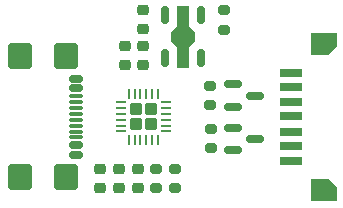
<source format=gbr>
%TF.GenerationSoftware,KiCad,Pcbnew,8.0.3-8.0.3-0~ubuntu24.04.1*%
%TF.CreationDate,2024-07-06T11:56:49-06:00*%
%TF.ProjectId,esp-prog,6573702d-7072-46f6-972e-6b696361645f,rev?*%
%TF.SameCoordinates,Original*%
%TF.FileFunction,Paste,Top*%
%TF.FilePolarity,Positive*%
%FSLAX46Y46*%
G04 Gerber Fmt 4.6, Leading zero omitted, Abs format (unit mm)*
G04 Created by KiCad (PCBNEW 8.0.3-8.0.3-0~ubuntu24.04.1) date 2024-07-06 11:56:49*
%MOMM*%
%LPD*%
G01*
G04 APERTURE LIST*
G04 Aperture macros list*
%AMRoundRect*
0 Rectangle with rounded corners*
0 $1 Rounding radius*
0 $2 $3 $4 $5 $6 $7 $8 $9 X,Y pos of 4 corners*
0 Add a 4 corners polygon primitive as box body*
4,1,4,$2,$3,$4,$5,$6,$7,$8,$9,$2,$3,0*
0 Add four circle primitives for the rounded corners*
1,1,$1+$1,$2,$3*
1,1,$1+$1,$4,$5*
1,1,$1+$1,$6,$7*
1,1,$1+$1,$8,$9*
0 Add four rect primitives between the rounded corners*
20,1,$1+$1,$2,$3,$4,$5,0*
20,1,$1+$1,$4,$5,$6,$7,0*
20,1,$1+$1,$6,$7,$8,$9,0*
20,1,$1+$1,$8,$9,$2,$3,0*%
%AMOutline5P*
0 Free polygon, 5 corners , with rotation*
0 The origin of the aperture is its center*
0 number of corners: always 5*
0 $1 to $10 corner X, Y*
0 $11 Rotation angle, in degrees counterclockwise*
0 create outline with 5 corners*
4,1,5,$1,$2,$3,$4,$5,$6,$7,$8,$9,$10,$1,$2,$11*%
%AMOutline6P*
0 Free polygon, 6 corners , with rotation*
0 The origin of the aperture is its center*
0 number of corners: always 6*
0 $1 to $12 corner X, Y*
0 $13 Rotation angle, in degrees counterclockwise*
0 create outline with 6 corners*
4,1,6,$1,$2,$3,$4,$5,$6,$7,$8,$9,$10,$11,$12,$1,$2,$13*%
%AMOutline7P*
0 Free polygon, 7 corners , with rotation*
0 The origin of the aperture is its center*
0 number of corners: always 7*
0 $1 to $14 corner X, Y*
0 $15 Rotation angle, in degrees counterclockwise*
0 create outline with 7 corners*
4,1,7,$1,$2,$3,$4,$5,$6,$7,$8,$9,$10,$11,$12,$13,$14,$1,$2,$15*%
%AMOutline8P*
0 Free polygon, 8 corners , with rotation*
0 The origin of the aperture is its center*
0 number of corners: always 8*
0 $1 to $16 corner X, Y*
0 $17 Rotation angle, in degrees counterclockwise*
0 create outline with 8 corners*
4,1,8,$1,$2,$3,$4,$5,$6,$7,$8,$9,$10,$11,$12,$13,$14,$15,$16,$1,$2,$17*%
%AMFreePoly0*
4,1,13,0.900000,0.500000,2.600000,0.500000,2.600000,-0.500000,0.900000,-0.500000,0.400000,-1.000000,-0.400000,-1.000000,-0.900000,-0.500000,-2.600000,-0.500000,-2.600000,0.500000,-0.900000,0.500000,-0.400000,1.000000,0.400000,1.000000,0.900000,0.500000,0.900000,0.500000,$1*%
G04 Aperture macros list end*
%ADD10RoundRect,0.035000X0.865000X-0.315000X0.865000X0.315000X-0.865000X0.315000X-0.865000X-0.315000X0*%
%ADD11Outline5P,-0.900000X1.100000X0.900000X1.100000X0.900000X-0.380000X0.180000X-1.100000X-0.900000X-1.100000X90.000000*%
%ADD12Outline5P,-0.900000X1.100000X0.900000X1.100000X0.900000X-1.100000X-0.180000X-1.100000X-0.900000X-0.380000X90.000000*%
%ADD13RoundRect,0.250000X-0.275000X-0.275000X0.275000X-0.275000X0.275000X0.275000X-0.275000X0.275000X0*%
%ADD14RoundRect,0.062500X-0.350000X-0.062500X0.350000X-0.062500X0.350000X0.062500X-0.350000X0.062500X0*%
%ADD15RoundRect,0.062500X-0.062500X-0.350000X0.062500X-0.350000X0.062500X0.350000X-0.062500X0.350000X0*%
%ADD16RoundRect,0.225000X-0.250000X0.225000X-0.250000X-0.225000X0.250000X-0.225000X0.250000X0.225000X0*%
%ADD17RoundRect,0.200000X0.275000X-0.200000X0.275000X0.200000X-0.275000X0.200000X-0.275000X-0.200000X0*%
%ADD18RoundRect,0.225000X0.250000X-0.225000X0.250000X0.225000X-0.250000X0.225000X-0.250000X-0.225000X0*%
%ADD19RoundRect,0.150000X-0.587500X-0.150000X0.587500X-0.150000X0.587500X0.150000X-0.587500X0.150000X0*%
%ADD20RoundRect,0.200000X-0.275000X0.200000X-0.275000X-0.200000X0.275000X-0.200000X0.275000X0.200000X0*%
%ADD21RoundRect,0.175000X-0.175000X0.575000X-0.175000X-0.575000X0.175000X-0.575000X0.175000X0.575000X0*%
%ADD22FreePoly0,270.000000*%
%ADD23RoundRect,0.150000X-0.425000X0.150000X-0.425000X-0.150000X0.425000X-0.150000X0.425000X0.150000X0*%
%ADD24RoundRect,0.075000X-0.500000X0.075000X-0.500000X-0.075000X0.500000X-0.075000X0.500000X0.075000X0*%
%ADD25RoundRect,0.250000X-0.750000X0.840000X-0.750000X-0.840000X0.750000X-0.840000X0.750000X0.840000X0*%
G04 APERTURE END LIST*
D10*
%TO.C,J1*%
X44650000Y-33750000D03*
X44650000Y-32500000D03*
X44650000Y-31250000D03*
X44650000Y-29950000D03*
X44650000Y-28750000D03*
X44650000Y-27500000D03*
X44650000Y-26250000D03*
D11*
X47450000Y-36200000D03*
D12*
X47450000Y-23800000D03*
%TD*%
D13*
%TO.C,U1*%
X31500000Y-29337500D03*
X31500000Y-30637500D03*
X32800000Y-29337500D03*
X32800000Y-30637500D03*
D14*
X30212500Y-28737500D03*
X30212500Y-29237500D03*
X30212500Y-29737500D03*
X30212500Y-30237500D03*
X30212500Y-30737500D03*
X30212500Y-31237500D03*
D15*
X30900000Y-31925000D03*
X31400000Y-31925000D03*
X31900000Y-31925000D03*
X32400000Y-31925000D03*
X32900000Y-31925000D03*
X33400000Y-31925000D03*
D14*
X34087500Y-31237500D03*
X34087500Y-30737500D03*
X34087500Y-30237500D03*
X34087500Y-29737500D03*
X34087500Y-29237500D03*
X34087500Y-28737500D03*
D15*
X33400000Y-28050000D03*
X32900000Y-28050000D03*
X32400000Y-28050000D03*
X31900000Y-28050000D03*
X31400000Y-28050000D03*
X30900000Y-28050000D03*
%TD*%
D16*
%TO.C,C3*%
X28450000Y-34450000D03*
X28450000Y-36000000D03*
%TD*%
%TO.C,C6*%
X32150000Y-20975000D03*
X32150000Y-22525000D03*
%TD*%
D17*
%TO.C,R7*%
X34850000Y-36050000D03*
X34850000Y-34400000D03*
%TD*%
D18*
%TO.C,C8*%
X30550000Y-25575000D03*
X30550000Y-24025000D03*
%TD*%
D19*
%TO.C,Q3*%
X39712500Y-27250000D03*
X39712500Y-29150000D03*
X41587500Y-28200000D03*
%TD*%
D20*
%TO.C,R3*%
X37800000Y-27375000D03*
X37800000Y-29025000D03*
%TD*%
%TO.C,R2*%
X37850000Y-31025000D03*
X37850000Y-32675000D03*
%TD*%
D21*
%TO.C,U2*%
X37000000Y-21350000D03*
D22*
X35500000Y-23200000D03*
D21*
X34000000Y-21350000D03*
X34000000Y-25050000D03*
X37000000Y-25050000D03*
%TD*%
D18*
%TO.C,C7*%
X32150000Y-25575000D03*
X32150000Y-24025000D03*
%TD*%
D16*
%TO.C,C2*%
X30050000Y-34450000D03*
X30050000Y-36000000D03*
%TD*%
D20*
%TO.C,R6*%
X33250000Y-34400000D03*
X33250000Y-36050000D03*
%TD*%
D19*
%TO.C,Q2*%
X39700000Y-30912500D03*
X39700000Y-32812500D03*
X41575000Y-31862500D03*
%TD*%
D23*
%TO.C,J2*%
X26405000Y-26800000D03*
X26405000Y-27600000D03*
D24*
X26405000Y-28750000D03*
X26405000Y-29750000D03*
X26405000Y-30250000D03*
X26405000Y-31250000D03*
D23*
X26405000Y-32400000D03*
X26405000Y-33200000D03*
X26405000Y-33200000D03*
X26405000Y-32400000D03*
D24*
X26405000Y-31750000D03*
X26405000Y-30750000D03*
X26405000Y-29250000D03*
X26405000Y-28250000D03*
D23*
X26405000Y-27600000D03*
X26405000Y-26800000D03*
D25*
X25630000Y-24890000D03*
X21700000Y-24890000D03*
X25630000Y-35110000D03*
X21700000Y-35110000D03*
%TD*%
D17*
%TO.C,R8*%
X38950000Y-22625000D03*
X38950000Y-20975000D03*
%TD*%
D16*
%TO.C,C1*%
X31650000Y-34450000D03*
X31650000Y-36000000D03*
%TD*%
M02*

</source>
